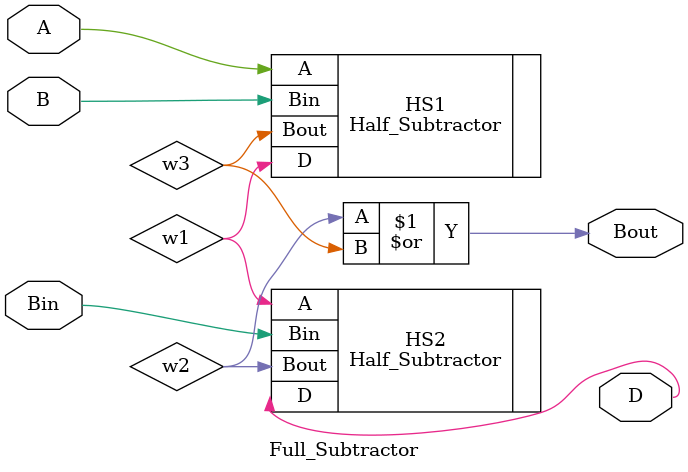
<source format=v>
`timescale 1ns / 1ps


module Full_Subtractor(output D,Bout, input A,B,Bin);
wire w1,w2,w3;

//Logic
Half_Subtractor HS1(.A(A),.Bin(B),.D(w1),.Bout(w3));
Half_Subtractor HS2(.A(w1),.Bin(Bin),.D(D),.Bout(w2));

or or1(Bout,w2,w3);

endmodule

</source>
